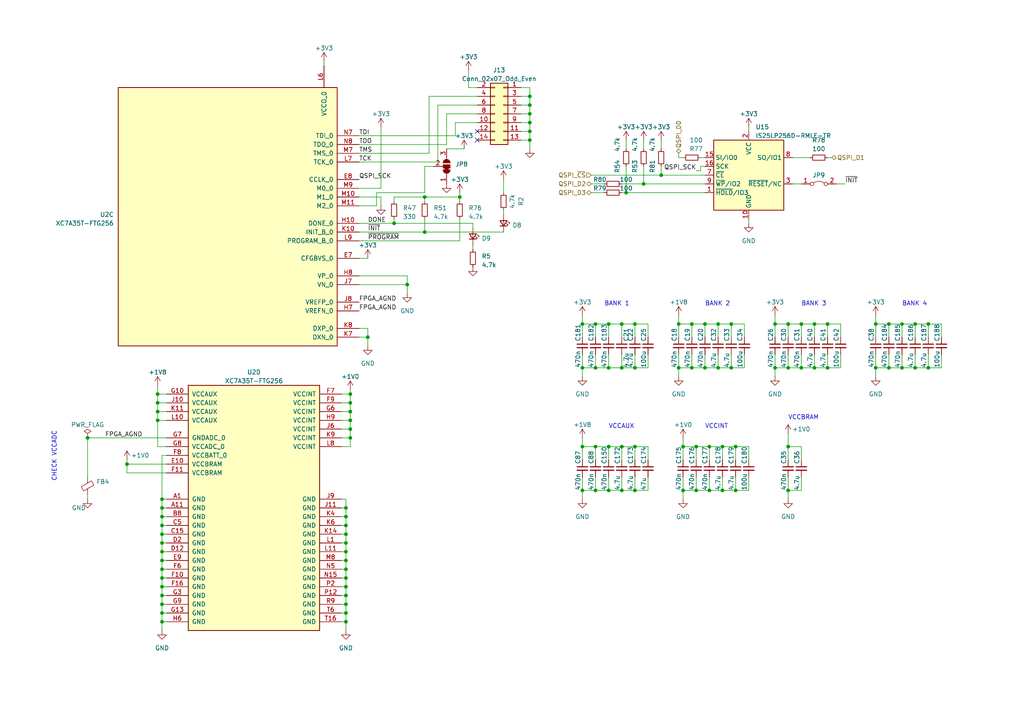
<source format=kicad_sch>
(kicad_sch (version 20250114) (generator "eeschema") (generator_version "9.0")
  (paper "A4")
  (text "CHECK VCCADC" (at 16.51 139.7 90) (effects (font (size 1.27 1.27)) (justify left bottom)))
  (text "BANK 3" (at 232.41 88.9 0) (effects (font (size 1.27 1.27)) (justify left bottom)))
  (text "VCCBRAM" (at 228.6 121.92 0) (effects (font (size 1.27 1.27)) (justify left bottom)))
  (text "BANK 2" (at 204.47 88.9 0) (effects (font (size 1.27 1.27)) (justify left bottom)))
  (text "VCCAUX" (at 176.53 124.46 0) (effects (font (size 1.27 1.27)) (justify left bottom)))
  (text "BANK 4" (at 261.62 88.9 0) (effects (font (size 1.27 1.27)) (justify left bottom)))
  (text "BANK 1" (at 175.26 88.9 0) (effects (font (size 1.27 1.27)) (justify left bottom)))
  (text "VCCINT" (at 204.47 124.46 0) (effects (font (size 1.27 1.27)) (justify left bottom)))
  (junction (at 184.15 93.98))
  (junction (at 228.6 129.54))
  (junction (at 265.43 93.98))
  (junction (at 46.99 144.78))
  (junction (at 204.47 93.98))
  (junction (at 236.22 93.98))
  (junction (at 46.99 180.34))
  (junction (at 168.91 142.24))
  (junction (at 45.72 119.38))
  (junction (at 209.55 142.24))
  (junction (at 261.62 106.68))
  (junction (at 212.09 106.68))
  (junction (at 196.85 93.98))
  (junction (at 46.99 175.26))
  (junction (at 265.43 106.68))
  (junction (at 184.15 142.24))
  (junction (at 153.67 30.48))
  (junction (at 153.67 35.56))
  (junction (at 172.72 129.54))
  (junction (at 100.33 170.18))
  (junction (at 176.53 129.54))
  (junction (at 180.34 106.68))
  (junction (at 228.6 106.68))
  (junction (at 46.99 147.32))
  (junction (at 123.19 57.15))
  (junction (at 254 106.68))
  (junction (at 198.12 142.24))
  (junction (at 123.19 67.31))
  (junction (at 168.91 106.68))
  (junction (at 180.34 142.24))
  (junction (at 176.53 106.68))
  (junction (at 118.11 82.55))
  (junction (at 46.99 165.1))
  (junction (at 200.66 93.98))
  (junction (at 100.33 160.02))
  (junction (at 46.99 172.72))
  (junction (at 46.99 160.02))
  (junction (at 114.3 64.77))
  (junction (at 46.99 149.86))
  (junction (at 261.62 93.98))
  (junction (at 153.67 38.1))
  (junction (at 153.67 33.02))
  (junction (at 100.33 154.94))
  (junction (at 45.72 121.92))
  (junction (at 101.6 124.46))
  (junction (at 208.28 93.98))
  (junction (at 46.99 157.48))
  (junction (at 45.72 114.3))
  (junction (at 100.33 167.64))
  (junction (at 224.79 106.68))
  (junction (at 46.99 167.64))
  (junction (at 106.68 97.79))
  (junction (at 228.6 142.24))
  (junction (at 46.99 154.94))
  (junction (at 184.15 106.68))
  (junction (at 201.93 129.54))
  (junction (at 101.6 116.84))
  (junction (at 153.67 40.64))
  (junction (at 172.72 106.68))
  (junction (at 236.22 106.68))
  (junction (at 201.93 142.24))
  (junction (at 269.24 106.68))
  (junction (at 46.99 162.56))
  (junction (at 101.6 114.3))
  (junction (at 101.6 119.38))
  (junction (at 172.72 93.98))
  (junction (at 100.33 152.4))
  (junction (at 153.67 27.94))
  (junction (at 180.34 129.54))
  (junction (at 191.77 50.8))
  (junction (at 213.36 142.24))
  (junction (at 180.34 93.98))
  (junction (at 101.6 121.92))
  (junction (at 208.28 106.68))
  (junction (at 224.79 93.98))
  (junction (at 228.6 93.98))
  (junction (at 200.66 106.68))
  (junction (at 176.53 93.98))
  (junction (at 101.6 127))
  (junction (at 205.74 142.24))
  (junction (at 212.09 93.98))
  (junction (at 213.36 129.54))
  (junction (at 25.4 127))
  (junction (at 100.33 165.1))
  (junction (at 181.61 55.88))
  (junction (at 240.03 93.98))
  (junction (at 232.41 106.68))
  (junction (at 100.33 172.72))
  (junction (at 100.33 157.48))
  (junction (at 205.74 129.54))
  (junction (at 172.72 142.24))
  (junction (at 36.83 134.62))
  (junction (at 168.91 129.54))
  (junction (at 184.15 129.54))
  (junction (at 46.99 170.18))
  (junction (at 209.55 129.54))
  (junction (at 198.12 129.54))
  (junction (at 46.99 177.8))
  (junction (at 257.81 106.68))
  (junction (at 46.99 152.4))
  (junction (at 100.33 175.26))
  (junction (at 100.33 162.56))
  (junction (at 176.53 142.24))
  (junction (at 100.33 147.32))
  (junction (at 269.24 93.98))
  (junction (at 196.85 106.68))
  (junction (at 254 93.98))
  (junction (at 168.91 93.98))
  (junction (at 100.33 149.86))
  (junction (at 100.33 180.34))
  (junction (at 240.03 106.68))
  (junction (at 257.81 93.98))
  (junction (at 186.69 53.34))
  (junction (at 204.47 106.68))
  (junction (at 232.41 93.98))
  (junction (at 100.33 177.8))
  (junction (at 45.72 116.84))
  (junction (at 133.35 57.15))
  (no_connect (at 138.43 40.64))
  (no_connect (at 138.43 38.1))
  (wire (pts (xy 243.84 102.87) (xy 243.84 106.68)))
  (wire (pts (xy 100.33 162.56) (xy 99.06 162.56)))
  (wire (pts (xy 224.79 97.79) (xy 224.79 93.98)))
  (wire (pts (xy 217.17 63.5) (xy 217.17 64.77)))
  (wire (pts (xy 132.08 39.37) (xy 132.08 35.56)))
  (wire (pts (xy 240.03 106.68) (xy 240.03 102.87)))
  (wire (pts (xy 93.98 17.78) (xy 93.98 19.05)))
  (wire (pts (xy 46.99 132.08) (xy 46.99 144.78)))
  (wire (pts (xy 101.6 121.92) (xy 101.6 124.46)))
  (wire (pts (xy 176.53 129.54) (xy 180.34 129.54)))
  (wire (pts (xy 104.14 59.69) (xy 109.22 59.69)))
  (wire (pts (xy 180.34 142.24) (xy 180.34 138.43)))
  (wire (pts (xy 153.67 35.56) (xy 153.67 33.02)))
  (wire (pts (xy 46.99 175.26) (xy 48.26 175.26)))
  (wire (pts (xy 109.22 59.69) (xy 109.22 55.88)))
  (wire (pts (xy 265.43 106.68) (xy 265.43 102.87)))
  (wire (pts (xy 254 97.79) (xy 254 93.98)))
  (wire (pts (xy 100.33 152.4) (xy 100.33 149.86)))
  (wire (pts (xy 228.6 106.68) (xy 224.79 106.68)))
  (wire (pts (xy 180.34 93.98) (xy 184.15 93.98)))
  (wire (pts (xy 36.83 134.62) (xy 36.83 137.16)))
  (wire (pts (xy 25.4 143.51) (xy 25.4 144.78)))
  (wire (pts (xy 200.66 106.68) (xy 200.66 102.87)))
  (wire (pts (xy 135.89 20.32) (xy 135.89 25.4)))
  (wire (pts (xy 99.06 114.3) (xy 101.6 114.3)))
  (wire (pts (xy 236.22 106.68) (xy 236.22 102.87)))
  (wire (pts (xy 100.33 180.34) (xy 100.33 177.8)))
  (wire (pts (xy 100.33 162.56) (xy 100.33 160.02)))
  (wire (pts (xy 45.72 121.92) (xy 45.72 129.54)))
  (wire (pts (xy 168.91 97.79) (xy 168.91 93.98)))
  (wire (pts (xy 151.13 35.56) (xy 153.67 35.56)))
  (wire (pts (xy 201.93 138.43) (xy 201.93 142.24)))
  (wire (pts (xy 265.43 93.98) (xy 265.43 97.79)))
  (wire (pts (xy 203.2 48.26) (xy 204.47 48.26)))
  (wire (pts (xy 100.33 149.86) (xy 99.06 149.86)))
  (wire (pts (xy 213.36 142.24) (xy 209.55 142.24)))
  (wire (pts (xy 201.93 129.54) (xy 205.74 129.54)))
  (wire (pts (xy 100.33 144.78) (xy 99.06 144.78)))
  (wire (pts (xy 172.72 106.68) (xy 168.91 106.68)))
  (wire (pts (xy 254 91.44) (xy 254 93.98)))
  (wire (pts (xy 100.33 180.34) (xy 99.06 180.34)))
  (wire (pts (xy 104.14 97.79) (xy 106.68 97.79)))
  (wire (pts (xy 224.79 91.44) (xy 224.79 93.98)))
  (wire (pts (xy 212.09 93.98) (xy 215.9 93.98)))
  (wire (pts (xy 127 30.48) (xy 127 46.99)))
  (wire (pts (xy 46.99 177.8) (xy 46.99 175.26)))
  (wire (pts (xy 265.43 106.68) (xy 261.62 106.68)))
  (wire (pts (xy 106.68 74.93) (xy 104.14 74.93)))
  (wire (pts (xy 172.72 93.98) (xy 172.72 97.79)))
  (wire (pts (xy 123.19 55.88) (xy 123.19 48.26)))
  (wire (pts (xy 176.53 142.24) (xy 176.53 138.43)))
  (wire (pts (xy 46.99 149.86) (xy 46.99 147.32)))
  (wire (pts (xy 196.85 106.68) (xy 196.85 109.22)))
  (wire (pts (xy 261.62 106.68) (xy 261.62 102.87)))
  (wire (pts (xy 184.15 106.68) (xy 180.34 106.68)))
  (wire (pts (xy 46.99 147.32) (xy 46.99 144.78)))
  (wire (pts (xy 171.45 50.8) (xy 191.77 50.8)))
  (wire (pts (xy 153.67 38.1) (xy 153.67 35.56)))
  (wire (pts (xy 46.99 180.34) (xy 48.26 180.34)))
  (wire (pts (xy 46.99 180.34) (xy 46.99 177.8)))
  (wire (pts (xy 36.83 134.62) (xy 48.26 134.62)))
  (wire (pts (xy 269.24 93.98) (xy 273.05 93.98)))
  (wire (pts (xy 186.69 40.64) (xy 186.69 43.18)))
  (wire (pts (xy 132.08 35.56) (xy 138.43 35.56)))
  (wire (pts (xy 180.34 142.24) (xy 176.53 142.24)))
  (wire (pts (xy 100.33 160.02) (xy 99.06 160.02)))
  (wire (pts (xy 196.85 93.98) (xy 200.66 93.98)))
  (wire (pts (xy 208.28 93.98) (xy 212.09 93.98)))
  (wire (pts (xy 176.53 106.68) (xy 172.72 106.68)))
  (wire (pts (xy 137.16 71.12) (xy 137.16 72.39)))
  (wire (pts (xy 204.47 106.68) (xy 200.66 106.68)))
  (wire (pts (xy 196.85 97.79) (xy 196.85 93.98)))
  (wire (pts (xy 46.99 167.64) (xy 46.99 165.1)))
  (wire (pts (xy 46.99 172.72) (xy 46.99 170.18)))
  (wire (pts (xy 191.77 50.8) (xy 204.47 50.8)))
  (wire (pts (xy 209.55 142.24) (xy 209.55 138.43)))
  (wire (pts (xy 180.34 129.54) (xy 180.34 133.35)))
  (wire (pts (xy 137.16 66.04) (xy 137.16 64.77)))
  (wire (pts (xy 234.95 45.72) (xy 229.87 45.72)))
  (wire (pts (xy 228.6 142.24) (xy 228.6 138.43)))
  (wire (pts (xy 151.13 33.02) (xy 153.67 33.02)))
  (wire (pts (xy 201.93 129.54) (xy 201.93 133.35)))
  (wire (pts (xy 45.72 129.54) (xy 48.26 129.54)))
  (wire (pts (xy 205.74 142.24) (xy 205.74 138.43)))
  (wire (pts (xy 45.72 119.38) (xy 48.26 119.38)))
  (wire (pts (xy 114.3 57.15) (xy 114.3 58.42)))
  (wire (pts (xy 213.36 142.24) (xy 213.36 138.43)))
  (wire (pts (xy 196.85 45.72) (xy 198.12 45.72)))
  (wire (pts (xy 100.33 157.48) (xy 100.33 154.94)))
  (wire (pts (xy 100.33 165.1) (xy 100.33 162.56)))
  (wire (pts (xy 208.28 93.98) (xy 208.28 97.79)))
  (wire (pts (xy 123.19 67.31) (xy 146.05 67.31)))
  (wire (pts (xy 205.74 129.54) (xy 205.74 133.35)))
  (wire (pts (xy 269.24 106.68) (xy 265.43 106.68)))
  (wire (pts (xy 257.81 93.98) (xy 261.62 93.98)))
  (wire (pts (xy 198.12 129.54) (xy 201.93 129.54)))
  (wire (pts (xy 191.77 40.64) (xy 191.77 43.18)))
  (wire (pts (xy 104.14 67.31) (xy 123.19 67.31)))
  (wire (pts (xy 46.99 152.4) (xy 46.99 149.86)))
  (wire (pts (xy 243.84 93.98) (xy 243.84 97.79)))
  (wire (pts (xy 176.53 93.98) (xy 176.53 97.79)))
  (wire (pts (xy 106.68 97.79) (xy 106.68 95.25)))
  (wire (pts (xy 46.99 182.88) (xy 46.99 180.34)))
  (wire (pts (xy 99.06 121.92) (xy 101.6 121.92)))
  (wire (pts (xy 204.47 93.98) (xy 208.28 93.98)))
  (wire (pts (xy 198.12 127) (xy 198.12 129.54)))
  (wire (pts (xy 123.19 57.15) (xy 114.3 57.15)))
  (wire (pts (xy 46.99 172.72) (xy 48.26 172.72)))
  (wire (pts (xy 273.05 102.87) (xy 273.05 106.68)))
  (wire (pts (xy 168.91 91.44) (xy 168.91 93.98)))
  (wire (pts (xy 224.79 93.98) (xy 228.6 93.98)))
  (wire (pts (xy 100.33 147.32) (xy 100.33 144.78)))
  (wire (pts (xy 100.33 175.26) (xy 99.06 175.26)))
  (wire (pts (xy 245.11 53.34) (xy 242.57 53.34)))
  (wire (pts (xy 168.91 142.24) (xy 168.91 144.78)))
  (wire (pts (xy 109.22 55.88) (xy 123.19 55.88)))
  (wire (pts (xy 137.16 64.77) (xy 114.3 64.77)))
  (wire (pts (xy 232.41 142.24) (xy 232.41 138.43)))
  (wire (pts (xy 104.14 39.37) (xy 132.08 39.37)))
  (wire (pts (xy 123.19 48.26) (xy 125.73 48.26)))
  (wire (pts (xy 261.62 93.98) (xy 265.43 93.98)))
  (wire (pts (xy 224.79 106.68) (xy 224.79 109.22)))
  (wire (pts (xy 212.09 106.68) (xy 208.28 106.68)))
  (wire (pts (xy 209.55 129.54) (xy 209.55 133.35)))
  (wire (pts (xy 45.72 114.3) (xy 48.26 114.3)))
  (wire (pts (xy 46.99 147.32) (xy 48.26 147.32)))
  (wire (pts (xy 201.93 142.24) (xy 198.12 142.24)))
  (wire (pts (xy 203.2 45.72) (xy 204.47 45.72)))
  (wire (pts (xy 201.93 49.53) (xy 203.2 49.53)))
  (wire (pts (xy 129.54 33.02) (xy 129.54 41.91)))
  (wire (pts (xy 187.96 138.43) (xy 187.96 142.24)))
  (wire (pts (xy 135.89 25.4) (xy 138.43 25.4)))
  (wire (pts (xy 151.13 27.94) (xy 153.67 27.94)))
  (wire (pts (xy 236.22 106.68) (xy 232.41 106.68)))
  (wire (pts (xy 257.81 106.68) (xy 254 106.68)))
  (wire (pts (xy 133.35 57.15) (xy 123.19 57.15)))
  (wire (pts (xy 153.67 40.64) (xy 153.67 38.1)))
  (wire (pts (xy 46.99 175.26) (xy 46.99 172.72)))
  (wire (pts (xy 118.11 85.09) (xy 118.11 82.55)))
  (wire (pts (xy 212.09 93.98) (xy 212.09 97.79)))
  (wire (pts (xy 101.6 113.03) (xy 101.6 114.3)))
  (wire (pts (xy 153.67 33.02) (xy 153.67 30.48)))
  (wire (pts (xy 184.15 93.98) (xy 184.15 97.79)))
  (wire (pts (xy 46.99 165.1) (xy 46.99 162.56)))
  (wire (pts (xy 232.41 106.68) (xy 232.41 102.87)))
  (wire (pts (xy 181.61 55.88) (xy 204.47 55.88)))
  (wire (pts (xy 236.22 93.98) (xy 236.22 97.79)))
  (wire (pts (xy 187.96 142.24) (xy 184.15 142.24)))
  (wire (pts (xy 236.22 93.98) (xy 240.03 93.98)))
  (wire (pts (xy 99.06 116.84) (xy 101.6 116.84)))
  (wire (pts (xy 46.99 144.78) (xy 48.26 144.78)))
  (wire (pts (xy 168.91 142.24) (xy 168.91 138.43)))
  (wire (pts (xy 240.03 93.98) (xy 240.03 97.79)))
  (wire (pts (xy 217.17 138.43) (xy 217.17 142.24)))
  (wire (pts (xy 232.41 129.54) (xy 232.41 133.35)))
  (wire (pts (xy 100.33 147.32) (xy 99.06 147.32)))
  (wire (pts (xy 228.6 129.54) (xy 228.6 133.35)))
  (wire (pts (xy 172.72 93.98) (xy 176.53 93.98)))
  (wire (pts (xy 100.33 149.86) (xy 100.33 147.32)))
  (wire (pts (xy 127 46.99) (xy 104.14 46.99)))
  (wire (pts (xy 101.6 127) (xy 101.6 129.54)))
  (wire (pts (xy 46.99 177.8) (xy 48.26 177.8)))
  (wire (pts (xy 176.53 142.24) (xy 172.72 142.24)))
  (wire (pts (xy 48.26 132.08) (xy 46.99 132.08)))
  (wire (pts (xy 110.49 36.83) (xy 110.49 54.61)))
  (wire (pts (xy 240.03 93.98) (xy 243.84 93.98)))
  (wire (pts (xy 261.62 93.98) (xy 261.62 97.79)))
  (wire (pts (xy 45.72 111.76) (xy 45.72 114.3)))
  (wire (pts (xy 46.99 160.02) (xy 46.99 157.48)))
  (wire (pts (xy 100.33 157.48) (xy 99.06 157.48)))
  (wire (pts (xy 146.05 60.96) (xy 146.05 62.23)))
  (wire (pts (xy 228.6 93.98) (xy 228.6 97.79)))
  (wire (pts (xy 204.47 93.98) (xy 204.47 97.79)))
  (wire (pts (xy 176.53 129.54) (xy 176.53 133.35)))
  (wire (pts (xy 45.72 114.3) (xy 45.72 116.84)))
  (wire (pts (xy 100.33 170.18) (xy 99.06 170.18)))
  (wire (pts (xy 186.69 53.34) (xy 204.47 53.34)))
  (wire (pts (xy 181.61 40.64) (xy 181.61 43.18)))
  (wire (pts (xy 232.41 93.98) (xy 236.22 93.98)))
  (wire (pts (xy 243.84 106.68) (xy 240.03 106.68)))
  (wire (pts (xy 180.34 53.34) (xy 186.69 53.34)))
  (wire (pts (xy 101.6 114.3) (xy 101.6 116.84)))
  (wire (pts (xy 99.06 119.38) (xy 101.6 119.38)))
  (wire (pts (xy 269.24 106.68) (xy 269.24 102.87)))
  (wire (pts (xy 240.03 106.68) (xy 236.22 106.68)))
  (wire (pts (xy 172.72 129.54) (xy 176.53 129.54)))
  (wire (pts (xy 180.34 55.88) (xy 181.61 55.88)))
  (wire (pts (xy 257.81 106.68) (xy 257.81 102.87)))
  (wire (pts (xy 168.91 106.68) (xy 168.91 109.22)))
  (wire (pts (xy 46.99 167.64) (xy 48.26 167.64)))
  (wire (pts (xy 45.72 119.38) (xy 45.72 121.92)))
  (wire (pts (xy 25.4 127) (xy 48.26 127)))
  (wire (pts (xy 228.6 129.54) (xy 232.41 129.54)))
  (wire (pts (xy 151.13 38.1) (xy 153.67 38.1)))
  (wire (pts (xy 100.33 177.8) (xy 100.33 175.26)))
  (wire (pts (xy 213.36 129.54) (xy 217.17 129.54)))
  (wire (pts (xy 100.33 152.4) (xy 99.06 152.4)))
  (wire (pts (xy 114.3 64.77) (xy 114.3 63.5)))
  (wire (pts (xy 217.17 142.24) (xy 213.36 142.24)))
  (wire (pts (xy 129.54 33.02) (xy 138.43 33.02)))
  (wire (pts (xy 46.99 170.18) (xy 46.99 167.64)))
  (wire (pts (xy 198.12 142.24) (xy 198.12 144.78)))
  (wire (pts (xy 172.72 142.24) (xy 168.91 142.24)))
  (wire (pts (xy 184.15 142.24) (xy 180.34 142.24)))
  (wire (pts (xy 153.67 30.48) (xy 153.67 27.94)))
  (wire (pts (xy 110.49 54.61) (xy 104.14 54.61)))
  (wire (pts (xy 46.99 162.56) (xy 46.99 160.02)))
  (wire (pts (xy 46.99 170.18) (xy 48.26 170.18)))
  (wire (pts (xy 198.12 142.24) (xy 198.12 138.43)))
  (wire (pts (xy 46.99 160.02) (xy 48.26 160.02)))
  (wire (pts (xy 100.33 172.72) (xy 99.06 172.72)))
  (wire (pts (xy 46.99 154.94) (xy 48.26 154.94)))
  (wire (pts (xy 217.17 36.83) (xy 217.17 38.1)))
  (wire (pts (xy 36.83 133.35) (xy 36.83 134.62)))
  (wire (pts (xy 101.6 124.46) (xy 101.6 127)))
  (wire (pts (xy 254 106.68) (xy 254 109.22)))
  (wire (pts (xy 168.91 106.68) (xy 168.91 102.87)))
  (wire (pts (xy 46.99 149.86) (xy 48.26 149.86)))
  (wire (pts (xy 101.6 119.38) (xy 101.6 121.92)))
  (wire (pts (xy 232.41 106.68) (xy 228.6 106.68)))
  (wire (pts (xy 209.55 142.24) (xy 205.74 142.24)))
  (wire (pts (xy 196.85 91.44) (xy 196.85 93.98)))
  (wire (pts (xy 100.33 182.88) (xy 100.33 180.34)))
  (wire (pts (xy 196.85 44.45) (xy 196.85 45.72)))
  (wire (pts (xy 232.41 93.98) (xy 232.41 97.79)))
  (wire (pts (xy 180.34 106.68) (xy 180.34 102.87)))
  (wire (pts (xy 133.35 57.15) (xy 133.35 58.42)))
  (wire (pts (xy 153.67 43.18) (xy 153.67 40.64)))
  (wire (pts (xy 45.72 121.92) (xy 48.26 121.92)))
  (wire (pts (xy 176.53 93.98) (xy 180.34 93.98)))
  (wire (pts (xy 104.14 41.91) (xy 129.54 41.91)))
  (wire (pts (xy 123.19 67.31) (xy 123.19 63.5)))
  (wire (pts (xy 191.77 48.26) (xy 191.77 50.8)))
  (wire (pts (xy 205.74 142.24) (xy 201.93 142.24)))
  (wire (pts (xy 118.11 80.01) (xy 104.14 80.01)))
  (wire (pts (xy 46.99 157.48) (xy 48.26 157.48)))
  (wire (pts (xy 171.45 55.88) (xy 175.26 55.88)))
  (wire (pts (xy 172.72 106.68) (xy 172.72 102.87)))
  (wire (pts (xy 46.99 162.56) (xy 48.26 162.56)))
  (wire (pts (xy 228.6 93.98) (xy 232.41 93.98)))
  (wire (pts (xy 273.05 106.68) (xy 269.24 106.68)))
  (wire (pts (xy 100.33 175.26) (xy 100.33 172.72)))
  (wire (pts (xy 200.66 106.68) (xy 196.85 106.68)))
  (wire (pts (xy 100.33 177.8) (xy 99.06 177.8)))
  (wire (pts (xy 261.62 106.68) (xy 257.81 106.68)))
  (wire (pts (xy 269.24 93.98) (xy 269.24 97.79)))
  (wire (pts (xy 217.17 129.54) (xy 217.17 133.35)))
  (wire (pts (xy 215.9 102.87) (xy 215.9 106.68)))
  (wire (pts (xy 200.66 93.98) (xy 200.66 97.79)))
  (wire (pts (xy 228.6 125.73) (xy 228.6 129.54)))
  (wire (pts (xy 123.19 57.15) (xy 123.19 58.42)))
  (wire (pts (xy 228.6 106.68) (xy 228.6 102.87)))
  (wire (pts (xy 265.43 93.98) (xy 269.24 93.98)))
  (wire (pts (xy 254 106.68) (xy 254 102.87)))
  (wire (pts (xy 232.41 142.24) (xy 228.6 142.24)))
  (wire (pts (xy 46.99 152.4) (xy 48.26 152.4)))
  (wire (pts (xy 99.06 124.46) (xy 101.6 124.46)))
  (wire (pts (xy 215.9 106.68) (xy 212.09 106.68)))
  (wire (pts (xy 196.85 106.68) (xy 196.85 102.87)))
  (wire (pts (xy 184.15 129.54) (xy 187.96 129.54)))
  (wire (pts (xy 212.09 106.68) (xy 212.09 102.87)))
  (wire (pts (xy 172.72 142.24) (xy 172.72 138.43)))
  (wire (pts (xy 224.79 106.68) (xy 224.79 102.87)))
  (wire (pts (xy 124.46 44.45) (xy 124.46 27.94)))
  (wire (pts (xy 133.35 55.88) (xy 133.35 57.15)))
  (wire (pts (xy 153.67 27.94) (xy 153.67 25.4)))
  (wire (pts (xy 184.15 129.54) (xy 184.15 133.35)))
  (wire (pts (xy 106.68 95.25) (xy 104.14 95.25)))
  (wire (pts (xy 36.83 137.16) (xy 48.26 137.16)))
  (wire (pts (xy 254 93.98) (xy 257.81 93.98)))
  (wire (pts (xy 184.15 106.68) (xy 184.15 102.87)))
  (wire (pts (xy 241.3 45.72) (xy 240.03 45.72)))
  (wire (pts (xy 104.14 57.15) (xy 110.49 57.15)))
  (wire (pts (xy 180.34 93.98) (xy 180.34 97.79)))
  (wire (pts (xy 46.99 154.94) (xy 46.99 152.4)))
  (wire (pts (xy 168.91 129.54) (xy 172.72 129.54)))
  (wire (pts (xy 100.33 170.18) (xy 100.33 167.64)))
  (wire (pts (xy 100.33 154.94) (xy 99.06 154.94)))
  (wire (pts (xy 100.33 167.64) (xy 99.06 167.64)))
  (wire (pts (xy 110.49 59.69) (xy 110.49 57.15)))
  (wire (pts (xy 208.28 106.68) (xy 208.28 102.87)))
  (wire (pts (xy 99.06 127) (xy 101.6 127)))
  (wire (pts (xy 104.14 82.55) (xy 118.11 82.55)))
  (wire (pts (xy 187.96 102.87) (xy 187.96 106.68)))
  (wire (pts (xy 168.91 93.98) (xy 172.72 93.98)))
  (wire (pts (xy 180.34 129.54) (xy 184.15 129.54)))
  (wire (pts (xy 46.99 157.48) (xy 46.99 154.94)))
  (wire (pts (xy 198.12 133.35) (xy 198.12 129.54)))
  (wire (pts (xy 104.14 64.77) (xy 114.3 64.77)))
  (wire (pts (xy 171.45 53.34) (xy 175.26 53.34)))
  (wire (pts (xy 153.67 25.4) (xy 151.13 25.4)))
  (wire (pts (xy 200.66 93.98) (xy 204.47 93.98)))
  (wire (pts (xy 151.13 30.48) (xy 153.67 30.48)))
  (wire (pts (xy 232.41 53.34) (xy 229.87 53.34)))
  (wire (pts (xy 209.55 129.54) (xy 213.36 129.54)))
  (wire (pts (xy 187.96 106.68) (xy 184.15 106.68)))
  (wire (pts (xy 172.72 129.54) (xy 172.72 133.35)))
  (wire (pts (xy 257.81 93.98) (xy 257.81 97.79)))
  (wire (pts (xy 228.6 142.24) (xy 228.6 144.78)))
  (wire (pts (xy 104.14 44.45) (xy 124.46 44.45)))
  (wire (pts (xy 181.61 48.26) (xy 181.61 55.88)))
  (wire (pts (xy 138.43 30.48) (xy 127 30.48)))
  (wire (pts (xy 104.14 69.85) (xy 133.35 69.85)))
  (wire (pts (xy 203.2 49.53) (xy 203.2 48.26)))
  (wire (pts (xy 205.74 129.54) (xy 209.55 129.54)))
  (wire (pts (xy 187.96 129.54) (xy 187.96 133.35)))
  (wire (pts (xy 146.05 52.07) (xy 146.05 55.88)))
  (wire (pts (xy 101.6 129.54) (xy 99.06 129.54)))
  (wire (pts (xy 215.9 93.98) (xy 215.9 97.79)))
  (wire (pts (xy 133.35 69.85) (xy 133.35 63.5)))
  (wire (pts (xy 186.69 48.26) (xy 186.69 53.34)))
  (wire (pts (xy 180.34 106.68) (xy 176.53 106.68)))
  (wire (pts (xy 101.6 116.84) (xy 101.6 119.38)))
  (wire (pts (xy 208.28 106.68) (xy 204.47 106.68)))
  (wire (pts (xy 129.54 43.18) (xy 134.62 43.18)))
  (wire (pts (xy 25.4 138.43) (xy 25.4 127)))
  (wire (pts (xy 168.91 133.35) (xy 168.91 129.54)))
  (wire (pts (xy 100.33 172.72) (xy 100.33 170.18)))
  (wire (pts (xy 184.15 142.24) (xy 184.15 138.43)))
  (wire (pts (xy 46.99 165.1) (xy 48.26 165.1)))
  (wire (pts (xy 100.33 160.02) (xy 100.33 157.48)))
  (wire (pts (xy 204.47 106.68) (xy 204.47 102.87)))
  (wire (pts (xy 45.72 116.84) (xy 48.26 116.84)))
  (wire (pts (xy 45.72 116.84) (xy 45.72 119.38)))
  (wire (pts (xy 100.33 154.94) (xy 100.33 152.4)))
  (wire (pts (xy 176.53 106.68) (xy 176.53 102.87)))
  (wire (pts (xy 184.15 93.98) (xy 187.96 93.98)))
  (wire (pts (xy 273.05 93.98) (xy 273.05 97.79)))
  (wire (pts (xy 213.36 129.54) (xy 213.36 133.35)))
  (wire (pts (xy 106.68 100.33) (xy 106.68 97.79)))
  (wire (pts (xy 168.91 127) (xy 168.91 129.54)))
  (wire (pts (xy 124.46 27.94) (xy 138.43 27.94)))
  (wire (pts (xy 118.11 82.55) (xy 118.11 80.01)))
  (wire (pts (xy 100.33 165.1) (xy 99.06 165.1)))
  (wire (pts (xy 151.13 40.64) (xy 153.67 40.64)))
  (wire (pts (xy 100.33 167.64) (xy 100.33 165.1)))
  (wire (pts (xy 187.96 93.98) (xy 187.96 97.79)))
  (label "QSPI_SCK" (at 104.14 52.07 0))
  (label "QSPI_SCK" (at 201.93 49.53 180))
  (label "TMS" (at 104.14 44.45 0))
  (label "DONE" (at 106.68 64.77 0))
  (label "FPGA_AGND" (at 30.48 127 0))
  (label "TCK" (at 104.14 46.99 0))
  (label "TDI" (at 104.14 39.37 0))
  (label "FPGA_AGND" (at 104.14 87.63 0))
  (label "~{INIT}" (at 106.68 67.31 0))
  (label "~{INIT}" (at 245.11 53.34 0))
  (label "FPGA_AGND" (at 104.14 90.17 0))
  (label "~{PROGRAM}" (at 106.68 69.85 0))
  (label "TDO" (at 104.14 41.91 0))
  (hierarchical_label "QSPI_D2" (shape bidirectional) (at 171.45 53.34 180))
  (hierarchical_label "QSPI_D0" (shape bidirectional) (at 196.85 44.45 90))
  (hierarchical_label "QSPI_~{CS}" (shape input) (at 171.45 50.8 180))
  (hierarchical_label "QSPI_D3" (shape bidirectional) (at 171.45 55.88 180))
  (hierarchical_label "QSPI_D1" (shape bidirectional) (at 241.3 45.72 0))
  (symbol (lib_id "Device:C_Small") (at 232.41 100.33 0) (mirror y) (unit 1)
    (property "Reference" "C31" (at 231.14 99.06 90) (effects (justify left)))
    (property "Value" "470n" (at 231.14 106.68 90) (effects (justify left)))
    (property "Footprint" "Capacitor_SMD:C_0603_1608Metric" (effects (hide yes)))
    (property "MPN" "06035C474KAT4A " (effects (hide yes)))
  )
  (symbol (lib_id "power:GND") (at 106.68 100.33 0) (mirror y) (unit 1)
    (property "Reference" "#PWR0207" (effects (hide yes)))
    (property "Value" "GND" (at 106.68 105.41 0))
  )
  (symbol (lib_id "Device:C_Small") (at 200.66 100.33 0) (mirror y) (unit 1)
    (property "Reference" "C19" (at 199.39 99.06 90) (effects (justify left)))
    (property "Value" "470n" (at 199.39 106.68 90) (effects (justify left)))
    (property "Footprint" "Capacitor_SMD:C_0603_1608Metric" (effects (hide yes)))
    (property "MPN" "06035C474KAT4A " (effects (hide yes)))
  )
  (symbol (lib_id "Device:C_Small") (at 269.24 100.33 0) (mirror y) (unit 1)
    (property "Reference" "C187" (at 267.97 99.06 90) (effects (justify left)))
    (property "Value" "4.7u" (at 267.97 106.68 90) (effects (justify left)))
    (property "Footprint" "Capacitor_SMD:C_0603_1608Metric" (effects (hide yes)))
    (property "MPN" "KGM15BR51A475KT " (effects (hide yes)))
  )
  (symbol (lib_id "power:PWR_FLAG") (at 25.4 127 0) (unit 1)
    (property "Reference" "#FLG014" (effects (hide yes)))
    (property "Value" "PWR_FLAG" (at 25.4 123.19 0))
  )
  (symbol (lib_id "power:+3V3") (at 133.35 55.88 0) (unit 1)
    (property "Reference" "#PWR0168" (effects (hide yes)))
    (property "Value" "+3V3" (at 133.35 52.07 0))
  )
  (symbol (lib_id "Device:C_Small") (at 261.62 100.33 0) (mirror y) (unit 1)
    (property "Reference" "C185" (at 260.35 99.06 90) (effects (justify left)))
    (property "Value" "470n" (at 260.35 106.68 90) (effects (justify left)))
    (property "Footprint" "Capacitor_SMD:C_0603_1608Metric" (effects (hide yes)))
    (property "MPN" "06035C474KAT4A " (effects (hide yes)))
  )
  (symbol (lib_id "power:GND") (at 110.49 59.69 0) (mirror y) (unit 1)
    (property "Reference" "#PWR0213" (effects (hide yes)))
    (property "Value" "GND" (effects (hide yes)))
  )
  (symbol (lib_id "Device:C_Small") (at 232.41 135.89 0) (mirror y) (unit 1)
    (property "Reference" "C36" (at 231.14 134.62 90) (effects (justify left)))
    (property "Value" "4.7u" (at 231.14 142.24 90) (effects (justify left)))
    (property "Footprint" "Capacitor_SMD:C_0603_1608Metric" (effects (hide yes)))
    (property "MPN" "KGM15BR51A475KT " (effects (hide yes)))
  )
  (symbol (lib_id "Device:C_Small") (at 209.55 135.89 0) (mirror y) (unit 1)
    (property "Reference" "C178" (at 208.28 134.62 90) (effects (justify left)))
    (property "Value" "4.7u" (at 208.28 142.24 90) (effects (justify left)))
    (property "Footprint" "Capacitor_SMD:C_0603_1608Metric" (effects (hide yes)))
    (property "MPN" "KGM15BR51A475KT " (effects (hide yes)))
  )
  (symbol (lib_id "power:GND") (at 228.6 144.78 0) (mirror y) (unit 1)
    (property "Reference" "#PWR025" (effects (hide yes)))
    (property "Value" "GND" (at 228.6 149.86 0))
  )
  (symbol (lib_id "Device:R_Small") (at 177.8 55.88 90) (unit 1)
    (property "Reference" "R79" (at 173.99 54.61 90))
    (property "Value" "100" (at 181.61 54.61 90))
    (property "Footprint" "Resistor_SMD:R_0603_1608Metric" (effects (hide yes)))
    (property "MPN" "SDR03EZPD1000 " (effects (hide yes)))
  )
  (symbol (lib_id "Device:C_Small") (at 201.93 135.89 0) (mirror y) (unit 1)
    (property "Reference" "C176" (at 200.66 134.62 90) (effects (justify left)))
    (property "Value" "470n" (at 200.66 142.24 90) (effects (justify left)))
    (property "Footprint" "Capacitor_SMD:C_0603_1608Metric" (effects (hide yes)))
    (property "MPN" "06035C474KAT4A " (effects (hide yes)))
  )
  (symbol (lib_id "Device:C_Small") (at 196.85 100.33 0) (mirror y) (unit 1)
    (property "Reference" "C18" (at 195.58 99.06 90) (effects (justify left)))
    (property "Value" "470n" (at 195.58 106.68 90) (effects (justify left)))
    (property "Footprint" "Capacitor_SMD:C_0603_1608Metric" (effects (hide yes)))
    (property "MPN" "06035C474KAT4A " (effects (hide yes)))
  )
  (symbol (lib_id "power:GND") (at 217.17 64.77 0) (mirror y) (unit 1)
    (property "Reference" "#PWR0214" (effects (hide yes)))
    (property "Value" "GND" (at 217.17 69.85 0))
  )
  (symbol (lib_id "Device:R_Small") (at 200.66 45.72 90) (unit 1)
    (property "Reference" "R77" (at 201.93 43.18 90))
    (property "Value" "100" (at 201.93 40.64 90))
    (property "Footprint" "Resistor_SMD:R_0603_1608Metric" (effects (hide yes)))
    (property "MPN" "SDR03EZPD1000 " (effects (hide yes)))
  )
  (symbol (lib_id "Device:C_Small") (at 198.12 135.89 0) (mirror y) (unit 1)
    (property "Reference" "C175" (at 196.85 134.62 90) (effects (justify left)))
    (property "Value" "470n" (at 196.85 142.24 90) (effects (justify left)))
    (property "Footprint" "Capacitor_SMD:C_0603_1608Metric" (effects (hide yes)))
    (property "MPN" "06035C474KAT4A " (effects (hide yes)))
  )
  (symbol (lib_id "power:GND") (at 168.91 109.22 0) (mirror y) (unit 1)
    (property "Reference" "#PWR010" (effects (hide yes)))
    (property "Value" "GND" (at 168.91 114.3 0))
  )
  (symbol (lib_id "power:+1V0") (at 228.6 125.73 0) (unit 1)
    (property "Reference" "#PWR028" (effects (hide yes)))
    (property "Value" "+1V0" (at 232.41 124.46 0))
  )
  (symbol (lib_id "Device:C_Small") (at 168.91 135.89 0) (mirror y) (unit 1)
    (property "Reference" "C87" (at 167.64 134.62 90) (effects (justify left)))
    (property "Value" "470n" (at 167.64 142.24 90) (effects (justify left)))
    (property "Footprint" "Capacitor_SMD:C_0603_1608Metric" (effects (hide yes)))
    (property "MPN" "06035C474KAT4A " (effects (hide yes)))
  )
  (symbol (lib_id "power:+3V3") (at 191.77 40.64 0) (unit 1)
    (property "Reference" "#PWR0208" (effects (hide yes)))
    (property "Value" "+3V3" (at 191.77 36.83 0))
  )
  (symbol (lib_id "power:+1V0") (at 198.12 127 0) (unit 1)
    (property "Reference" "#PWR027" (effects (hide yes)))
    (property "Value" "+1V0" (at 198.12 123.19 0))
  )
  (symbol (lib_id "Device:C_Small") (at 176.53 135.89 0) (mirror y) (unit 1)
    (property "Reference" "C150" (at 175.26 134.62 90) (effects (justify left)))
    (property "Value" "470n" (at 175.26 142.24 90) (effects (justify left)))
    (property "Footprint" "Capacitor_SMD:C_0603_1608Metric" (effects (hide yes)))
    (property "MPN" "06035C474KAT4A " (effects (hide yes)))
  )
  (symbol (lib_id "Jumper:Jumper_2_Bridged") (at 237.49 53.34 0) (unit 1)
    (property "Reference" "JP9" (at 237.49 50.8 0))
    (property "Value" "Jumper_2_Bridged" (effects (hide yes)))
    (property "Footprint" "Jumper:SolderJumper-2_P1.3mm_Bridged2Bar_Pad1.0x1.5mm" (effects (hide yes)))
  )
  (symbol (lib_id "Device:C_Small") (at 236.22 100.33 0) (mirror y) (unit 1)
    (property "Reference" "C40" (at 234.95 99.06 90) (effects (justify left)))
    (property "Value" "4.7u" (at 234.95 106.68 90) (effects (justify left)))
    (property "Footprint" "Capacitor_SMD:C_0603_1608Metric" (effects (hide yes)))
    (property "MPN" "KGM15BR51A475KT " (effects (hide yes)))
  )
  (symbol (lib_id "FPGA_Xilinx_Artix7:XC7A35T-FTG256") (at 66.04 59.69 0) (unit 3)
    (property "Reference" "U2" (at 33.02 62.23 0) (effects (justify right)))
    (property "Value" "XC7A35T-FTG256" (at 33.02 64.77 0) (effects (justify right)))
    (property "Footprint" "Package_BGA:Xilinx_FTG256" (effects (hide yes)))
    (property "MPN" "XC7A35T-1FTG256C " (effects (hide yes)))
  )
  (symbol (lib_id "power:+1V0") (at 101.6 113.03 0) (unit 1)
    (property "Reference" "#PWR0200" (effects (hide yes)))
    (property "Value" "+1V0" (at 101.6 109.22 0))
  )
  (symbol (lib_id "Device:C_Small") (at 204.47 100.33 0) (mirror y) (unit 1)
    (property "Reference" "C20" (at 203.2 99.06 90) (effects (justify left)))
    (property "Value" "470n" (at 203.2 106.68 90) (effects (justify left)))
    (property "Footprint" "Capacitor_SMD:C_0603_1608Metric" (effects (hide yes)))
    (property "MPN" "06035C474KAT4A " (effects (hide yes)))
  )
  (symbol (lib_id "power:+3V3") (at 168.91 91.44 0) (unit 1)
    (property "Reference" "#PWR012" (effects (hide yes)))
    (property "Value" "+3V3" (at 168.91 87.63 0))
  )
  (symbol (lib_id "Device:C_Small") (at 243.84 100.33 0) (mirror y) (unit 1)
    (property "Reference" "C42" (at 242.57 99.06 90) (effects (justify left)))
    (property "Value" "100u" (at 242.57 106.68 90) (effects (justify left)))
    (property "Footprint" "Capacitor_SMD:C_0603_1608Metric" (effects (hide yes)))
  )
  (symbol (lib_id "Device:C_Small") (at 213.36 135.89 0) (mirror y) (unit 1)
    (property "Reference" "C179" (at 212.09 134.62 90) (effects (justify left)))
    (property "Value" "4.7u" (at 212.09 142.24 90) (effects (justify left)))
    (property "Footprint" "Capacitor_SMD:C_0603_1608Metric" (effects (hide yes)))
    (property "MPN" "KGM15BR51A475KT " (effects (hide yes)))
  )
  (symbol (lib_id "Device:R_Small") (at 123.19 60.96 0) (unit 1)
    (property "Reference" "R51" (at 125.73 60.325 0) (effects (justify left)))
    (property "Value" "4.7k" (at 125.73 62.865 0) (effects (justify left)))
    (property "Footprint" "Resistor_SMD:R_0603_1608Metric" (effects (hide yes)))
    (property "MPN" "SDR03EZPD4701 " (effects (hide yes)))
  )
  (symbol (lib_id "power:+1V8") (at 168.91 127 0) (unit 1)
    (property "Reference" "#PWR019" (effects (hide yes)))
    (property "Value" "+1V8" (at 168.91 123.19 0))
  )
  (symbol (lib_id "power:+3V3") (at 135.89 20.32 0) (unit 1)
    (property "Reference" "#PWR0167" (effects (hide yes)))
    (property "Value" "+3V3" (at 135.89 16.51 0))
  )
  (symbol (lib_id "power:+3V3") (at 106.68 74.93 0) (unit 1)
    (property "Reference" "#PWR0172" (effects (hide yes)))
    (property "Value" "+3V3" (at 106.68 71.12 0))
  )
  (symbol (lib_id "Device:C_Small") (at 180.34 135.89 0) (mirror y) (unit 1)
    (property "Reference" "C172" (at 179.07 134.62 90) (effects (justify left)))
    (property "Value" "4.7u" (at 179.07 142.24 90) (effects (justify left)))
    (property "Footprint" "Capacitor_SMD:C_0603_1608Metric" (effects (hide yes)))
    (property "MPN" "KGM15BR51A475KT " (effects (hide yes)))
  )
  (symbol (lib_id "Device:LED_Small") (at 137.16 68.58 270) (mirror x) (unit 1)
    (property "Reference" "D9" (at 139.7 69.1515 90) (effects (justify left)))
    (property "Value" "LED_Small" (effects (hide yes)))
    (property "Footprint" "LED_SMD:LED_0603_1608Metric" (effects (hide yes)))
    (property "MPN" "ASCKC500NW5X4040 " (effects (hide yes)))
  )
  (symbol (lib_id "Jumper:SolderJumper_3_Bridged12") (at 129.54 48.26 270) (mirror x) (unit 1)
    (property "Reference" "JP8" (at 132.08 47.625 90) (effects (justify left)))
    (property "Value" "SolderJumper_3_Bridged12" (effects (hide yes)))
    (property "Footprint" "Jumper:SolderJumper-3_P1.3mm_Bridged2Bar12_Pad1.0x1.5mm" (effects (hide yes)))
  )
  (symbol (lib_id "power:+3V3") (at 93.98 17.78 0) (unit 1)
    (property "Reference" "#PWR0166" (effects (hide yes)))
    (property "Value" "+3V3" (at 93.98 13.97 0))
  )
  (symbol (lib_id "power:GND") (at 198.12 144.78 0) (mirror y) (unit 1)
    (property "Reference" "#PWR026" (effects (hide yes)))
    (property "Value" "GND" (at 198.12 149.86 0))
  )
  (symbol (lib_id "Device:R_Small") (at 191.77 45.72 0) (mirror x) (unit 1)
    (property "Reference" "R81" (at 189.23 48.26 90))
    (property "Value" "4.7k" (at 189.23 41.91 90))
    (property "Footprint" "Resistor_SMD:R_0603_1608Metric" (effects (hide yes)))
    (property "MPN" "SDR03EZPD4701 " (effects (hide yes)))
  )
  (symbol (lib_id "power:GND") (at 118.11 85.09 0) (mirror y) (unit 1)
    (property "Reference" "#PWR0154" (effects (hide yes)))
    (property "Value" "GND" (at 118.11 90.17 0))
  )
  (symbol (lib_id "Device:C_Small") (at 228.6 135.89 0) (mirror y) (unit 1)
    (property "Reference" "C35" (at 227.33 134.62 90) (effects (justify left)))
    (property "Value" "470n" (at 227.33 142.24 90) (effects (justify left)))
    (property "Footprint" "Capacitor_SMD:C_0603_1608Metric" (effects (hide yes)))
    (property "MPN" "06035C474KAT4A " (effects (hide yes)))
  )
  (symbol (lib_id "power:+3V3") (at 110.49 36.83 0) (unit 1)
    (property "Reference" "#PWR0184" (effects (hide yes)))
    (property "Value" "+3V3" (at 110.49 33.02 0))
  )
  (symbol (lib_id "Device:C_Small") (at 187.96 100.33 0) (mirror y) (unit 1)
    (property "Reference" "C25" (at 186.69 99.06 90) (effects (justify left)))
    (property "Value" "100u" (at 186.69 106.68 90) (effects (justify left)))
    (property "Footprint" "Capacitor_SMD:C_0603_1608Metric" (effects (hide yes)))
  )
  (symbol (lib_id "Device:R_Small") (at 114.3 60.96 0) (unit 1)
    (property "Reference" "R47" (at 116.84 60.325 0) (effects (justify left)))
    (property "Value" "330" (at 116.84 62.865 0) (effects (justify left)))
    (property "Footprint" "Resistor_SMD:R_0603_1608Metric" (effects (hide yes)))
    (property "MPN" "SDR03EZPD3300 " (effects (hide yes)))
  )
  (symbol (lib_id "power:+3V3") (at 254 91.44 0) (unit 1)
    (property "Reference" "#PWR029" (effects (hide yes)))
    (property "Value" "+3V3" (at 254 87.63 0))
  )
  (symbol (lib_id "power:GND") (at 168.91 144.78 0) (mirror y) (unit 1)
    (property "Reference" "#PWR020" (effects (hide yes)))
    (property "Value" "GND" (at 168.91 149.86 0))
  )
  (symbol (lib_id "power:GND") (at 196.85 109.22 0) (mirror y) (unit 1)
    (property "Reference" "#PWR014" (effects (hide yes)))
    (property "Value" "GND" (at 196.85 114.3 0))
  )
  (symbol (lib_id "Device:C_Small") (at 184.15 135.89 0) (mirror y) (unit 1)
    (property "Reference" "C173" (at 182.88 134.62 90) (effects (justify left)))
    (property "Value" "4.7u" (at 182.88 142.24 90) (effects (justify left)))
    (property "Footprint" "Capacitor_SMD:C_0603_1608Metric" (effects (hide yes)))
    (property "MPN" "KGM15BR51A475KT " (effects (hide yes)))
  )
  (symbol (lib_id "Device:C_Small") (at 217.17 135.89 0) (mirror y) (unit 1)
    (property "Reference" "C180" (at 215.9 134.62 90) (effects (justify left)))
    (property "Value" "100u" (at 215.9 142.24 90) (effects (justify left)))
    (property "Footprint" "Capacitor_SMD:C_0603_1608Metric" (effects (hide yes)))
  )
  (symbol (lib_id "Device:C_Small") (at 168.91 100.33 0) (mirror y) (unit 1)
    (property "Reference" "C181" (at 167.64 99.06 90) (effects (justify left)))
    (property "Value" "470n" (at 167.64 106.68 90) (effects (justify left)))
    (property "Footprint" "Capacitor_SMD:C_0603_1608Metric" (effects (hide yes)))
    (property "MPN" "06035C474KAT4A " (effects (hide yes)))
  )
  (symbol (lib_id "power:+3V3") (at 146.05 52.07 0) (unit 1)
    (property "Reference" "#PWR0205" (effects (hide yes)))
    (property "Value" "+3V3" (at 146.05 48.26 0))
  )
  (symbol (lib_id "power:+3V3") (at 181.61 40.64 0) (unit 1)
    (property "Reference" "#PWR0204" (effects (hide yes)))
    (property "Value" "+3V3" (at 181.61 36.83 0))
  )
  (symbol (lib_id "power:+3V3") (at 186.69 40.64 0) (unit 1)
    (property "Reference" "#PWR0198" (effects (hide yes)))
    (property "Value" "+3V3" (at 186.69 36.83 0))
  )
  (symbol (lib_id "Device:C_Small") (at 254 100.33 0) (mirror y) (unit 1)
    (property "Reference" "C38" (at 252.73 99.06 90) (effects (justify left)))
    (property "Value" "470n" (at 252.73 106.68 90) (effects (justify left)))
    (property "Footprint" "Capacitor_SMD:C_0603_1608Metric" (effects (hide yes)))
    (property "MPN" "06035C474KAT4A " (effects (hide yes)))
  )
  (symbol (lib_id "power:+1V8") (at 196.85 91.44 0) (unit 1)
    (property "Reference" "#PWR013" (effects (hide yes)))
    (property "Value" "+1V8" (at 196.85 87.63 0))
  )
  (symbol (lib_id "power:GND") (at 153.67 43.18 0) (mirror y) (unit 1)
    (property "Reference" "#PWR0275" (effects (hide yes)))
    (property "Value" "GND" (effects (hide yes)))
  )
  (symbol (lib_id "Device:R_Small") (at 177.8 53.34 90) (unit 1)
    (property "Reference" "R80" (at 173.99 52.07 90))
    (property "Value" "100" (at 181.61 52.07 90))
    (property "Footprint" "Resistor_SMD:R_0603_1608Metric" (effects (hide yes)))
    (property "MPN" "SDR03EZPD1000 " (effects (hide yes)))
  )
  (symbol (lib_id "power:+1V8") (at 45.72 111.76 0) (unit 1)
    (property "Reference" "#PWR0201" (effects (hide yes)))
    (property "Value" "+1V8" (at 45.72 107.95 0))
  )
  (symbol (lib_id "Device:R_Small") (at 133.35 60.96 0) (unit 1)
    (property "Reference" "R76" (at 135.89 60.325 0) (effects (justify left)))
    (property "Value" "4.7k" (at 135.89 62.865 0) (effects (justify left)))
    (property "Footprint" "Resistor_SMD:R_0603_1608Metric" (effects (hide yes)))
    (property "MPN" "SDR03EZPD4701 " (effects (hide yes)))
  )
  (symbol (lib_id "Device:C_Small") (at 257.81 100.33 0) (mirror y) (unit 1)
    (property "Reference" "C184" (at 256.54 99.06 90) (effects (justify left)))
    (property "Value" "470n" (at 256.54 106.68 90) (effects (justify left)))
    (property "Footprint" "Capacitor_SMD:C_0603_1608Metric" (effects (hide yes)))
    (property "MPN" "06035C474KAT4A " (effects (hide yes)))
  )
  (symbol (lib_id "Connector_Generic:Conn_02x07_Odd_Even") (at 146.05 33.02 0) (mirror y) (unit 1)
    (property "Reference" "J13" (at 144.78 20.32 0))
    (property "Value" "Conn_02x07_Odd_Even" (at 144.78 22.86 0))
    (property "Footprint" "BioMEMS:0878321420" (effects (hide yes)))
    (property "MPN" "87832-1420 " (effects (hide yes)))
  )
  (symbol (lib_id "Device:C_Small") (at 265.43 100.33 0) (mirror y) (unit 1)
    (property "Reference" "C186" (at 264.16 99.06 90) (effects (justify left)))
    (property "Value" "4.7u" (at 264.16 106.68 90) (effects (justify left)))
    (property "Footprint" "Capacitor_SMD:C_0603_1608Metric" (effects (hide yes)))
    (property "MPN" "KGM15BR51A475KT " (effects (hide yes)))
  )
  (symbol (lib_id "Device:C_Small") (at 172.72 100.33 0) (mirror y) (unit 1)
    (property "Reference" "C182" (at 171.45 99.06 90) (effects (justify left)))
    (property "Value" "470n" (at 171.45 106.68 90) (effects (justify left)))
    (property "Footprint" "Capacitor_SMD:C_0603_1608Metric" (effects (hide yes)))
    (property "MPN" "06035C474KAT4A " (effects (hide yes)))
  )
  (symbol (lib_id "Device:R_Small") (at 137.16 74.93 0) (mirror y) (unit 1)
    (property "Reference" "R5" (at 139.7 74.295 0) (effects (justify right)))
    (property "Value" "4.7k" (at 139.7 76.835 0) (effects (justify right)))
    (property "Footprint" "Resistor_SMD:R_0603_1608Metric" (effects (hide yes)))
    (property "MPN" "SDR03EZPD4701 " (effects (hide yes)))
  )
  (symbol (lib_id "Device:FerriteBead_Small") (at 25.4 140.97 0) (mirror y) (unit 1)
    (property "Reference" "FB4" (at 27.94 139.7 0) (effects (justify right)))
    (property "Value" "FerriteBead_Small" (effects (hide yes)))
    (property "Footprint" "Inductor_SMD:L_0603_1608Metric" (effects (hide yes)))
    (property "MPN" "742792641 " (effects (hide yes)))
  )
  (symbol (lib_id "Device:R_Small") (at 181.61 45.72 0) (mirror x) (unit 1)
    (property "Reference" "R54" (at 179.07 48.26 90))
    (property "Value" "4.7k" (at 179.07 41.91 90))
    (property "Footprint" "Resistor_SMD:R_0603_1608Metric" (effects (hide yes)))
    (property "MPN" "SDR03EZPD4701 " (effects (hide yes)))
  )
  (symbol (lib_id "Device:C_Small") (at 187.96 135.89 0) (mirror y) (unit 1)
    (property "Reference" "C174" (at 186.69 134.62 90) (effects (justify left)))
    (property "Value" "47u" (at 186.69 142.24 90) (effects (justify left)))
    (property "Footprint" "Capacitor_SMD:C_0603_1608Metric" (effects (hide yes)))
    (property "MPN" "KGM15CR50J476MT " (effects (hide yes)))
  )
  (symbol (lib_id "power:GND") (at 46.99 182.88 0) (unit 1)
    (property "Reference" "#PWR069" (effects (hide yes)))
    (property "Value" "GND" (at 46.99 187.96 0))
  )
  (symbol (lib_id "Device:C_Small") (at 228.6 100.33 0) (mirror y) (unit 1)
    (property "Reference" "C30" (at 227.33 99.06 90) (effects (justify left)))
    (property "Value" "470n" (at 227.33 106.68 90) (effects (justify left)))
    (property "Footprint" "Capacitor_SMD:C_0603_1608Metric" (effects (hide yes)))
    (property "MPN" "06035C474KAT4A " (effects (hide yes)))
  )
  (symbol (lib_id "Device:LED_Small") (at 146.05 64.77 270) (mirror x) (unit 1)
    (property "Reference" "D8" (at 148.59 65.3415 90) (effects (justify left)))
    (property "Value" "LED_Small" (effects (hide yes)))
    (property "Footprint" "LED_SMD:LED_0603_1608Metric" (effects (hide yes)))
    (property "MPN" "ASCKC500NW5X4040 " (effects (hide yes)))
  )
  (symbol (lib_id "power:GND") (at 254 109.22 0) (mirror y) (unit 1)
    (property "Reference" "#PWR031" (effects (hide yes)))
    (property "Value" "GND" (at 254 114.3 0))
  )
  (symbol (lib_id "Device:R_Small") (at 237.49 45.72 270) (mirror x) (unit 1)
    (property "Reference" "R78" (at 237.49 40.64 90))
    (property "Value" "100" (at 237.49 43.18 90))
    (property "Footprint" "Resistor_SMD:R_0603_1608Metric" (effects (hide yes)))
    (property "MPN" "SDR03EZPD1000 " (effects (hide yes)))
  )
  (symbol (lib_id "Device:R_Small") (at 146.05 58.42 0) (mirror x) (unit 1)
    (property "Reference" "R2" (at 151.13 58.42 90))
    (property "Value" "4.7k" (at 148.59 58.42 90))
    (property "Footprint" "Resistor_SMD:R_0603_1608Metric" (effects (hide yes)))
    (property "MPN" "SDR03EZPD4701 " (effects (hide yes)))
  )
  (symbol (lib_id "power:GND") (at 137.16 77.47 0) (unit 1)
    (property "Reference" "#PWR0156" (effects (hide yes)))
    (property "Value" "GND" (effects (hide yes)))
  )
  (symbol (lib_id "power:GND") (at 129.54 53.34 0) (mirror y) (unit 1)
    (property "Reference" "#PWR0206" (effects (hide yes)))
    (property "Value" "GND" (effects (hide yes)))
  )
  (symbol (lib_id "FPGA_Xilinx_Artix7:XC7A35T-FTG256") (at 73.66 147.32 0) (unit 4)
    (property "Reference" "U2" (at 73.66 107.95 0))
    (property "Value" "XC7A35T-FTG256" (at 73.66 110.49 0))
    (property "Footprint" "Package_BGA:Xilinx_FTG256" (effects (hide yes)))
    (property "MPN" "XC7A35T-1FTG256C " (effects (hide yes)))
  )
  (symbol (lib_id "Device:C_Small") (at 172.72 135.89 0) (mirror y) (unit 1)
    (property "Reference" "C88" (at 171.45 134.62 90) (effects (justify left)))
    (property "Value" "470n" (at 171.45 142.24 90) (effects (justify left)))
    (property "Footprint" "Capacitor_SMD:C_0603_1608Metric" (effects (hide yes)))
    (property "MPN" "06035C474KAT4A " (effects (hide yes)))
  )
  (symbol (lib_id "power:GND") (at 25.4 144.78 0) (unit 1)
    (property "Reference" "#PWR0203" (effects (hide yes)))
    (property "Value" "GND" (at 22.86 147.32 0))
  )
  (symbol (lib_id "power:+3V3") (at 134.62 43.18 0) (unit 1)
    (property "Reference" "#PWR0171" (effects (hide yes)))
    (property "Value" "+3V3" (at 134.62 39.37 0))
  )
  (symbol (lib_id "Device:C_Small") (at 240.03 100.33 0) (mirror y) (unit 1)
    (property "Reference" "C41" (at 238.76 99.06 90) (effects (justify left)))
    (property "Value" "4.7u" (at 238.76 106.68 90) (effects (justify left)))
    (property "Footprint" "Capacitor_SMD:C_0603_1608Metric" (effects (hide yes)))
    (property "MPN" "KGM15BR51A475KT " (effects (hide yes)))
  )
  (symbol (lib_id "power:+3V3") (at 224.79 91.44 0) (unit 1)
    (property "Reference" "#PWR016" (effects (hide yes)))
    (property "Value" "+3V3" (at 224.79 87.63 0))
  )
  (symbol (lib_id "power:+3V3") (at 217.17 36.83 0) (unit 1)
    (property "Reference" "#PWR0209" (effects (hide yes)))
    (property "Value" "+3V3" (at 217.17 33.02 0))
  )
  (symbol (lib_id "power:GND") (at 224.79 109.22 0) (mirror y) (unit 1)
    (property "Reference" "#PWR017" (effects (hide yes)))
    (property "Value" "GND" (at 224.79 114.3 0))
  )
  (symbol (lib_id "Device:C_Small") (at 205.74 135.89 0) (mirror y) (unit 1)
    (property "Reference" "C177" (at 204.47 134.62 90) (effects (justify left)))
    (property "Value" "470n" (at 204.47 142.24 90) (effects (justify left)))
    (property "Footprint" "Capacitor_SMD:C_0603_1608Metric" (effects (hide yes)))
    (property "MPN" "06035C474KAT4A " (effects (hide yes)))
  )
  (symbol (lib_id "Device:C_Small") (at 180.34 100.33 0) (unit 1)
    (property "Reference" "C21" (at 181.61 99.06 90) (effects (justify left)))
    (property "Value" "4.7u" (at 181.61 106.68 90) (effects (justify left)))
    (property "Footprint" "Capacitor_SMD:C_0603_1608Metric" (effects (hide yes)))
    (property "MPN" "KGM15BR51A475KT " (effects (hide yes)))
  )
  (symbol (lib_id "Device:C_Small") (at 184.15 100.33 0) (mirror y) (unit 1)
    (property "Reference" "C22" (at 182.88 99.06 90) (effects (justify left)))
    (property "Value" "4.7u" (at 182.88 106.68 90) (effects (justify left)))
    (property "Footprint" "Capacitor_SMD:C_0603_1608Metric" (effects (hide yes)))
    (property "MPN" "KGM15BR51A475KT " (effects (hide yes)))
  )
  (symbol (lib_id "Device:C_Small") (at 212.09 100.33 0) (mirror y) (unit 1)
    (property "Reference" "C33" (at 210.82 99.06 90) (effects (justify left)))
    (property "Value" "4.7u" (at 210.82 106.68 90) (effects (justify left)))
    (property "Footprint" "Capacitor_SMD:C_0603_1608Metric" (effects (hide yes)))
    (property "MPN" "KGM15BR51A475KT " (effects (hide yes)))
  )
  (symbol (lib_id "Device:C_Small") (at 176.53 100.33 0) (mirror y) (unit 1)
    (property "Reference" "C183" (at 175.26 99.06 90) (effects (justify left)))
    (property "Value" "470n" (at 175.26 106.68 90) (effects (justify left)))
    (property "Footprint" "Capacitor_SMD:C_0603_1608Metric" (effects (hide yes)))
    (property "MPN" "06035C474KAT4A " (effects (hide yes)))
  )
  (symbol (lib_id "power:+1V0") (at 36.83 133.35 0) (unit 1)
    (property "Reference" "#PWR0202" (effects (hide yes)))
    (property "Value" "+1V0" (at 40.64 132.08 0))
  )
  (symbol (lib_id "Device:R_Small") (at 186.69 45.72 0) (mirror x) (unit 1)
    (property "Reference" "R53" (at 184.15 48.26 90))
    (property "Value" "4.7k" (at 184.15 41.91 90))
    (property "Footprint" "Resistor_SMD:R_0603_1608Metric" (effects (hide yes)))
    (property "MPN" "SDR03EZPD4701 " (effects (hide yes)))
  )
  (symbol (lib_id "Device:C_Small") (at 273.05 100.33 0) (mirror y) (unit 1)
    (property "Reference" "C188" (at 271.78 99.06 90) (effects (justify left)))
    (property "Value" "100u" (at 271.78 106.68 90) (effects (justify left)))
    (property "Footprint" "Capacitor_SMD:C_0603_1608Metric" (effects (hide yes)))
  )
  (symbol (lib_id "Device:C_Small") (at 224.79 100.33 0) (mirror y) (unit 1)
    (property "Reference" "C26" (at 223.52 99.06 90) (effects (justify left)))
    (property "Value" "470n" (at 223.52 106.68 90) (effects (justify left)))
    (property "Footprint" "Capacitor_SMD:C_0603_1608Metric" (effects (hide yes)))
    (property "MPN" "06035C474KAT4A " (effects (hide yes)))
  )
  (symbol (lib_id "power:GND") (at 100.33 182.88 0) (mirror y) (unit 1)
    (property "Reference" "#PWR0199" (effects (hide yes)))
    (property "Value" "GND" (at 100.33 187.96 0))
  )
  (symbol (lib_id "Device:C_Small") (at 208.28 100.33 0) (mirror y) (unit 1)
    (property "Reference" "C32" (at 207.01 99.06 90) (effects (justify left)))
    (property "Value" "4.7u" (at 207.01 106.68 90) (effects (justify left)))
    (property "Footprint" "Capacitor_SMD:C_0603_1608Metric" (effects (hide yes)))
    (property "MPN" "KGM15BR51A475KT " (effects (hide yes)))
  )
  (symbol (lib_id "Memory_Flash:IS25WP256D-xM") (at 217.17 50.8 0) (unit 1)
    (property "Reference" "U15" (at 219.1259 36.83 0) (effects (justify left)))
    (property "Value" "IS25LP256D-RMLE-TR" (at 219.1259 39.37 0) (effects (justify left)))
    (property "Footprint" "Package_SO:SOIC-16W_7.5x10.3mm_P1.27mm" (effects (hide yes)))
    (property "Datasheet" "http://www.issi.com/WW/pdf/IS25LP(WP)256D.pdf" (effects (hide yes)))
    (property "MPN" "IS25LP256DRMLETR " (effects (hide yes)))
  )
  (symbol (lib_id "Device:C_Small") (at 215.9 100.33 0) (mirror y) (unit 1)
    (property "Reference" "C34" (at 214.63 99.06 90) (effects (justify left)))
    (property "Value" "100u" (at 214.63 106.68 90) (effects (justify left)))
    (property "Footprint" "Capacitor_SMD:C_0603_1608Metric" (effects (hide yes)))
  )
)
</source>
